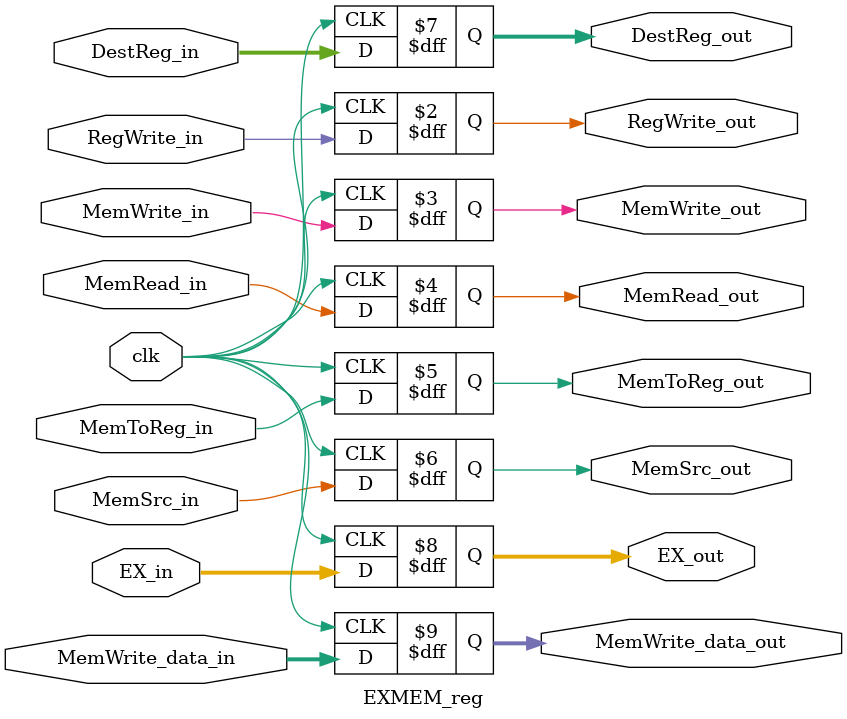
<source format=v>
module EXMEM_reg
(
	// INPUTS
	clk, RegWrite_in, MemWrite_in, MemRead_in, 
	MemToReg_in, MemSrc_in, DestReg_in, EX_in,
	MemWrite_data_in,

	// OUTPUTS
	RegWrite_out, MemWrite_out, MemRead_out,
	MemToReg_out, MemSrc_out, DestReg_out,
	EX_out, MemWrite_data_out
);

//INPUTS//////////////////////////////////////////////////

input			clk;
input			RegWrite_in;
input			MemWrite_in;
input			MemRead_in;
input			MemToReg_in;
input			MemSrc_in;

input [4:0] 		DestReg_in;
input [31:0] 		EX_in;
input [31:0] 		MemWrite_data_in;

//OUTPUTS/////////////////////////////////////////////////

output reg		RegWrite_out;
output reg		MemWrite_out;
output reg		MemRead_out;
output reg		MemToReg_out;
output reg		MemSrc_out;

output reg [4:0] 	DestReg_out;
output reg [31:0] 	EX_out;
output reg [31:0] 	MemWrite_data_out;

always @(posedge clk) begin

	RegWrite_out		<= RegWrite_in;
	MemWrite_out		<= MemWrite_in;
	MemRead_out		<= MemRead_in;
	MemToReg_out		<= MemToReg_in;
	MemSrc_out		<= MemSrc_in;
	DestReg_out		<= DestReg_in;
	EX_out			<= EX_in;
	MemWrite_data_out	<= MemWrite_data_in;

end

endmodule

</source>
